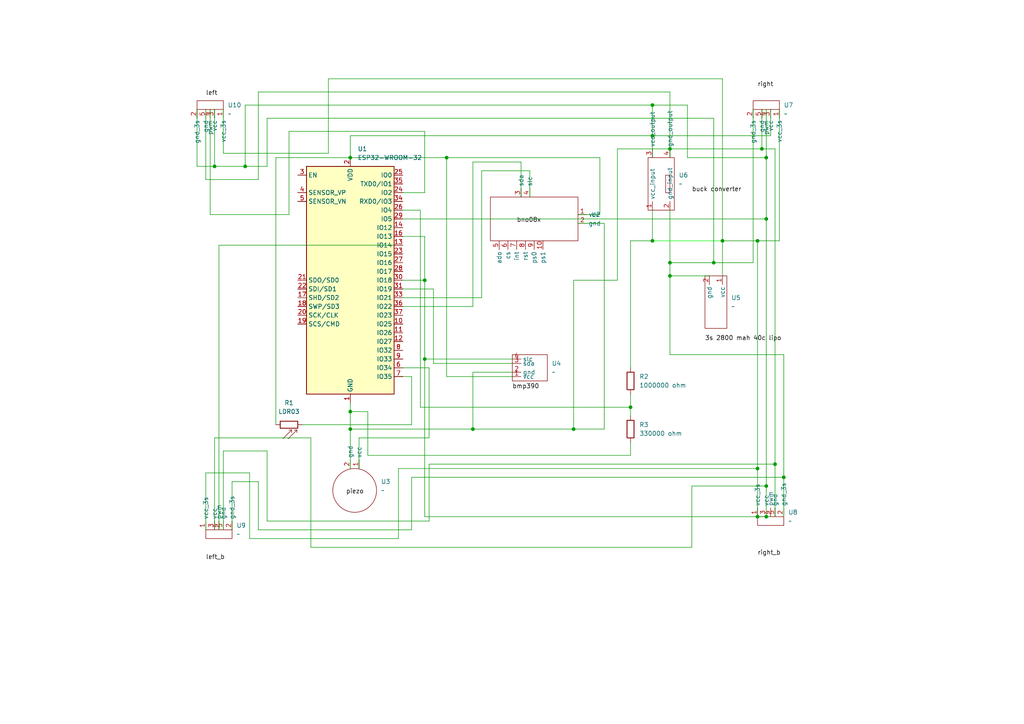
<source format=kicad_sch>
(kicad_sch (version 20250114) (generator "eeschema") (generator_version "9.0")
  (paper "A4")
  (lib_symbols
    (symbol "Device:R" (pin_numbers (hide yes)) (pin_names (offset 0))
      (property "Reference" "R" (at 2.032 0 90))
      (property "Value" "R" (at 0 0 90))
      (symbol "R_0_1"
        (rectangle (start -1.016 -2.54) (end 1.016 2.54) (stroke (width 0.254)))
      )
      (symbol "R_1_1"
        (pin passive line (at 0 3.81 270) (length 1.27) (name "~") (number "1"))
        (pin passive line (at 0 -3.81 90) (length 1.27) (name "~") (number "2"))
      )
    )
    (symbol "RF_Module:ESP32-WROOM-32"
      (property "Reference" "U" (at -12.7 34.29 0))
      (property "Value" "ESP32-WROOM-32" (at 1.27 34.29 0))
      (symbol "ESP32-WROOM-32_0_1"
        (rectangle (start -12.7 33.02) (end 12.7 -33.02) (stroke (width 0.254)) (fill (type background)))
      )
      (symbol "ESP32-WROOM-32_1_1"
        (pin input line (at -15.24 30.48 0) (length 2.54) (name "EN") (number "3"))
        (pin input line (at -15.24 25.4 0) (length 2.54) (name "SENSOR_VP") (number "4"))
        (pin input line (at -15.24 22.86 0) (length 2.54) (name "SENSOR_VN") (number "5"))
        (pin bidirectional line (at -15.24 0 0) (length 2.54) (name "SDO/SD0") (number "21"))
        (pin bidirectional line (at -15.24 -2.54 0) (length 2.54) (name "SDI/SD1") (number "22"))
        (pin bidirectional line (at -15.24 -5.08 0) (length 2.54) (name "SHD/SD2") (number "17"))
        (pin bidirectional line (at -15.24 -7.62 0) (length 2.54) (name "SWP/SD3") (number "18"))
        (pin bidirectional line (at -15.24 -10.16 0) (length 2.54) (name "SCK/CLK") (number "20"))
        (pin bidirectional line (at -15.24 -12.7 0) (length 2.54) (name "SCS/CMD") (number "19"))
        (pin no_connect line (at -12.7 -27.94 0) (length 2.54) (hide yes) (name "NC") (number "32"))
        (pin power_in line (at 0 35.56 270) (length 2.54) (name "VDD") (number "2"))
        (pin power_in line (at 0 -35.56 90) (length 2.54) (name "GND") (number "1"))
        (pin passive line (at 0 -35.56 90) (length 2.54) (hide yes) (name "GND") (number "15"))
        (pin passive line (at 0 -35.56 90) (length 2.54) (hide yes) (name "GND") (number "38"))
        (pin passive line (at 0 -35.56 90) (length 2.54) (hide yes) (name "GND") (number "39"))
        (pin bidirectional line (at 15.24 30.48 180) (length 2.54) (name "IO0") (number "25"))
        (pin bidirectional line (at 15.24 27.94 180) (length 2.54) (name "TXD0/IO1") (number "35"))
        (pin bidirectional line (at 15.24 25.4 180) (length 2.54) (name "IO2") (number "24"))
        (pin bidirectional line (at 15.24 22.86 180) (length 2.54) (name "RXD0/IO3") (number "34"))
        (pin bidirectional line (at 15.24 20.32 180) (length 2.54) (name "IO4") (number "26"))
        (pin bidirectional line (at 15.24 17.78 180) (length 2.54) (name "IO5") (number "29"))
        (pin bidirectional line (at 15.24 15.24 180) (length 2.54) (name "IO12") (number "14"))
        (pin bidirectional line (at 15.24 12.7 180) (length 2.54) (name "IO13") (number "16"))
        (pin bidirectional line (at 15.24 10.16 180) (length 2.54) (name "IO14") (number "13"))
        (pin bidirectional line (at 15.24 7.62 180) (length 2.54) (name "IO15") (number "23"))
        (pin bidirectional line (at 15.24 5.08 180) (length 2.54) (name "IO16") (number "27"))
        (pin bidirectional line (at 15.24 2.54 180) (length 2.54) (name "IO17") (number "28"))
        (pin bidirectional line (at 15.24 0 180) (length 2.54) (name "IO18") (number "30"))
        (pin bidirectional line (at 15.24 -2.54 180) (length 2.54) (name "IO19") (number "31"))
        (pin bidirectional line (at 15.24 -5.08 180) (length 2.54) (name "IO21") (number "33"))
        (pin bidirectional line (at 15.24 -7.62 180) (length 2.54) (name "IO22") (number "36"))
        (pin bidirectional line (at 15.24 -10.16 180) (length 2.54) (name "IO23") (number "37"))
        (pin bidirectional line (at 15.24 -12.7 180) (length 2.54) (name "IO25") (number "10"))
        (pin bidirectional line (at 15.24 -15.24 180) (length 2.54) (name "IO26") (number "11"))
        (pin bidirectional line (at 15.24 -17.78 180) (length 2.54) (name "IO27") (number "12"))
        (pin bidirectional line (at 15.24 -20.32 180) (length 2.54) (name "IO32") (number "8"))
        (pin bidirectional line (at 15.24 -22.86 180) (length 2.54) (name "IO33") (number "9"))
        (pin input line (at 15.24 -25.4 180) (length 2.54) (name "IO34") (number "6"))
        (pin input line (at 15.24 -27.94 180) (length 2.54) (name "IO35") (number "7"))
      )
    )
    (symbol "Sensor_Optical:LDR03" (pin_numbers (hide yes)) (pin_names (offset 0))
      (property "Reference" "R" (at -5.08 0 90))
      (property "Value" "LDR03" (at 1.905 0 90))
      (symbol "LDR03_0_1"
        (polyline (pts (xy -1.524 -0.762) (xy -4.064 1.778)))
        (polyline (pts (xy -1.524 -0.762) (xy -2.286 -0.762)))
        (polyline (pts (xy -1.524 -0.762) (xy -1.524 0)))
        (polyline (pts (xy -1.524 -2.286) (xy -4.064 0.254)))
        (polyline (pts (xy -1.524 -2.286) (xy -2.286 -2.286)))
        (polyline (pts (xy -1.524 -2.286) (xy -1.524 -1.524)))
        (rectangle (start -1.016 2.54) (end 1.016 -2.54) (stroke (width 0.254)))
      )
      (symbol "LDR03_1_1"
        (pin passive line (at 0 3.81 270) (length 1.27) (name "~") (number "1"))
        (pin passive line (at 0 -3.81 90) (length 1.27) (name "~") (number "2"))
      )
    )
    (symbol "drone:2800_mah_3s_40c_lipo"
      (property "Reference" "U" (at 0 0 0))
      (symbol "2800_mah_3s_40c_lipo_0_1"
        (rectangle (start -3.81 7.62) (end 2.54 -7.62))
      )
      (symbol "2800_mah_3s_40c_lipo_1_1"
        (pin power_in line (at -2.54 7.62 270) (length 2.54) (name "gnd") (number "2"))
        (pin power_out line (at 1.27 7.62 270) (length 2.54) (name "vcc") (number "1"))
      )
    )
    (symbol "drone:5A_Buck_Converter"
      (property "Reference" "U" (at 0 0 0))
      (symbol "5A_Buck_Converter_0_1"
        (rectangle (start -7.62 3.81) (end 7.62 -3.81))
        (rectangle (start 2.54 -2.54) (end -2.54 -1.27))
      )
      (symbol "5A_Buck_Converter_1_1"
        (pin power_in line (at -7.62 2.54 0) (length 2.54) (name "vcc_input") (number "1"))
        (pin power_out line (at -7.62 -2.54 0) (length 2.54) (name "gnd_input") (number "2"))
        (pin power_out line (at 7.62 2.54 0) (length 2.54) (name "vcc_output") (number "3"))
        (pin power_in line (at 7.62 -2.54 0) (length 2.54) (name "gnd_output") (number "4"))
      )
    )
    (symbol "drone:bmp390"
      (property "Reference" "U" (at 0 0 0))
      (symbol "bmp390_0_1"
        (rectangle (start -3.81 3.81) (end 3.81 -6.35))
      )
      (symbol "bmp390_1_1"
        (pin power_in line (at -2.54 3.81 270) (length 2.54) (name "vcc") (number "1"))
        (pin power_out line (at -1.27 3.81 270) (length 2.54) (name "gnd") (number "2"))
        (pin bidirectional line (at 1.27 3.81 270) (length 2.54) (name "sda") (number "3"))
        (pin bidirectional line (at 2.54 3.81 270) (length 2.54) (name "slc") (number "4"))
      )
    )
    (symbol "drone:bno08x"
      (property "Reference" "U" (at 0 0 0))
      (symbol "bno08x_0_1"
        (rectangle (start 12.7 -6.35) (end -12.7 6.35))
      )
      (symbol "bno08x_1_1"
        (pin input line (at -10.16 -6.35 270) (length 2.54) (name "ado") (number "5"))
        (pin input line (at -7.62 -6.35 270) (length 2.54) (name "cs") (number "6"))
        (pin output line (at -5.08 -6.35 270) (length 2.54) (name "int") (number "7"))
        (pin bidirectional line (at -3.81 6.35 90) (length 2.54) (name "sda") (number "3"))
        (pin input line (at -2.54 -6.35 270) (length 2.54) (name "rst") (number "8"))
        (pin bidirectional line (at -1.27 6.35 90) (length 2.54) (name "slc") (number "4"))
        (pin input line (at 0 -6.35 270) (length 2.54) (name "ps0") (number "9"))
        (pin input line (at 2.54 -6.35 270) (length 2.54) (name "ps1") (number "10"))
        (pin power_in line (at 12.7 1.27 0) (length 2.54) (name "vcc") (number "1"))
        (pin power_out line (at 12.7 -1.27 0) (length 2.54) (name "gnd") (number "2"))
      )
    )
    (symbol "drone:brussless_motor"
      (property "Reference" "U" (at 0 0 0))
      (symbol "brussless_motor_0_1"
        (rectangle (start -3.81 1.27) (end 3.81 -1.27))
      )
      (symbol "brussless_motor_1_1"
        (pin power_in line (at -3.81 1.27 90) (length 2.54) (name "vcc_3s") (number "1"))
        (pin power_in line (at -1.27 1.27 90) (length 2.54) (name "vcc") (number "3"))
        (pin input line (at 0 1.27 90) (length 2.54) (name "pwm") (number "4"))
        (pin power_out line (at 1.27 1.27 90) (length 2.54) (name "gnd") (number "5"))
        (pin power_out line (at 3.81 1.27 90) (length 2.54) (name "gnd_3s") (number "2"))
      )
    )
    (symbol "drone:piezo"
      (property "Reference" "U" (at 0 0 0))
      (symbol "piezo_0_1"
        (circle (center 0 0) (radius 6.35))
      )
      (symbol "piezo_1_1"
        (pin power_in line (at -1.27 -6.35 270) (length 2.54) (name "vcc") (number "1"))
        (pin power_out line (at 1.27 -6.35 270) (length 2.54) (name "gnd") (number "2"))
      )
    )
  )
  (junction (at 189.23 39.37))
  (junction (at 219.71 149.86))
  (junction (at 189.23 30.48))
  (junction (at 166.37 124.46))
  (junction (at 71.12 48.26))
  (junction (at 222.25 140.97))
  (junction (at 123.19 81.28))
  (junction (at 194.31 76.2))
  (junction (at 224.79 134.62))
  (junction (at 194.31 43.18))
  (junction (at 222.25 45.72))
  (junction (at 129.54 45.72))
  (junction (at 182.88 118.11))
  (junction (at 101.6 45.72))
  (junction (at 194.31 80.01))
  (junction (at 137.16 124.46))
  (junction (at 207.01 76.2))
  (junction (at 189.23 69.85))
  (junction (at 123.19 104.14))
  (junction (at 209.55 69.85))
  (junction (at 101.6 119.38))
  (junction (at 222.25 63.5))
  (junction (at 220.98 43.18))
  (junction (at 62.23 48.26))
  (junction (at 227.33 138.43))
  (junction (at 219.71 69.85))
  (junction (at 219.71 135.89))
  (junction (at 222.25 149.86))
  (junction (at 101.6 124.46))
  (wire (pts (xy 129.54 45.72) (xy 173.99 45.72)))
  (wire (pts (xy 200.66 140.97) (xy 222.25 140.97)))
  (wire (pts (xy 115.57 135.89) (xy 115.57 156.21)))
  (wire (pts (xy 74.93 26.67) (xy 194.31 26.67)))
  (wire (pts (xy 139.7 49.53) (xy 139.7 86.36)))
  (wire (pts (xy 71.12 48.26) (xy 77.47 48.26)))
  (wire (pts (xy 218.44 31.75) (xy 218.44 76.2)))
  (wire (pts (xy 224.79 43.18) (xy 220.98 43.18)))
  (wire (pts (xy 125.73 105.41) (xy 125.73 83.82)))
  (wire (pts (xy 207.01 34.29) (xy 207.01 76.2)))
  (wire (pts (xy 106.68 119.38) (xy 101.6 119.38)))
  (wire (pts (xy 59.69 31.75) (xy 59.69 52.07)))
  (wire (pts (xy 74.93 139.7) (xy 67.31 139.7)))
  (wire (pts (xy 209.55 22.86) (xy 209.55 69.85)))
  (wire (pts (xy 222.25 63.5) (xy 116.84 63.5)))
  (wire (pts (xy 129.54 109.22) (xy 129.54 45.72)))
  (wire (pts (xy 207.01 76.2) (xy 194.31 76.2)))
  (wire (pts (xy 121.92 118.11) (xy 121.92 60.96)))
  (wire (pts (xy 166.37 81.28) (xy 166.37 124.46)))
  (wire (pts (xy 189.23 30.48) (xy 189.23 39.37)))
  (wire (pts (xy 64.77 44.45) (xy 95.25 44.45)))
  (wire (pts (xy 222.25 149.86) (xy 222.25 140.97)))
  (wire (pts (xy 175.26 64.77) (xy 175.26 124.46)))
  (wire (pts (xy 87.63 123.19) (xy 119.38 123.19)))
  (wire (pts (xy 199.39 45.72) (xy 199.39 30.48)))
  (wire (pts (xy 95.25 22.86) (xy 209.55 22.86)))
  (wire (pts (xy 226.06 69.85) (xy 219.71 69.85)))
  (wire (pts (xy 77.47 48.26) (xy 77.47 34.29)))
  (wire (pts (xy 119.38 109.22) (xy 116.84 109.22)))
  (wire (pts (xy 205.74 80.01) (xy 194.31 80.01)))
  (wire (pts (xy 60.96 62.23) (xy 83.82 62.23)))
  (wire (pts (xy 74.93 153.67) (xy 74.93 139.7)))
  (wire (pts (xy 62.23 127) (xy 90.17 127)))
  (wire (pts (xy 222.25 45.72) (xy 222.25 63.5)))
  (wire (pts (xy 219.71 135.89) (xy 219.71 149.86)))
  (wire (pts (xy 223.52 31.75) (xy 223.52 39.37)))
  (wire (pts (xy 148.59 104.14) (xy 123.19 104.14)))
  (wire (pts (xy 95.25 44.45) (xy 95.25 22.86)))
  (wire (pts (xy 227.33 149.86) (xy 227.33 138.43)))
  (wire (pts (xy 59.69 52.07) (xy 74.93 52.07)))
  (wire (pts (xy 123.19 104.14) (xy 123.19 149.86)))
  (wire (pts (xy 77.47 130.81) (xy 64.77 130.81)))
  (wire (pts (xy 224.79 149.86) (xy 224.79 134.62)))
  (wire (pts (xy 227.33 138.43) (xy 119.38 138.43)))
  (wire (pts (xy 227.33 102.87) (xy 194.31 102.87)))
  (wire (pts (xy 64.77 31.75) (xy 64.77 44.45)))
  (wire (pts (xy 167.64 62.23) (xy 173.99 62.23)))
  (wire (pts (xy 106.68 132.08) (xy 106.68 119.38)))
  (wire (pts (xy 194.31 76.2) (xy 194.31 60.96)))
  (wire (pts (xy 222.25 149.86) (xy 219.71 149.86)))
  (wire (pts (xy 119.38 138.43) (xy 119.38 153.67)))
  (wire (pts (xy 83.82 38.1) (xy 123.19 38.1)))
  (wire (pts (xy 123.19 68.58) (xy 123.19 81.28)))
  (wire (pts (xy 137.16 124.46) (xy 101.6 124.46)))
  (wire (pts (xy 83.82 62.23) (xy 83.82 38.1)))
  (wire (pts (xy 63.5 71.12) (xy 116.84 71.12)))
  (wire (pts (xy 179.07 81.28) (xy 166.37 81.28)))
  (wire (pts (xy 90.17 158.75) (xy 200.66 158.75)))
  (wire (pts (xy 104.14 135.89) (xy 104.14 127)))
  (wire (pts (xy 148.59 107.95) (xy 137.16 107.95)))
  (wire (pts (xy 148.59 109.22) (xy 129.54 109.22)))
  (wire (pts (xy 71.12 30.48) (xy 71.12 48.26)))
  (wire (pts (xy 124.46 151.13) (xy 77.47 151.13)))
  (wire (pts (xy 182.88 114.3) (xy 182.88 118.11)))
  (wire (pts (xy 209.55 69.85) (xy 189.23 69.85)) (stroke (width 0) (color 0 255 3 1)))
  (wire (pts (xy 124.46 106.68) (xy 116.84 106.68)))
  (wire (pts (xy 62.23 48.26) (xy 71.12 48.26)))
  (wire (pts (xy 223.52 149.86) (xy 222.25 149.86)))
  (wire (pts (xy 121.92 60.96) (xy 116.84 60.96)))
  (wire (pts (xy 182.88 69.85) (xy 189.23 69.85)))
  (wire (pts (xy 179.07 43.18) (xy 179.07 81.28)))
  (wire (pts (xy 137.16 88.9) (xy 116.84 88.9)))
  (wire (pts (xy 219.71 149.86) (xy 123.19 149.86)))
  (wire (pts (xy 62.23 48.26) (xy 62.23 31.75)))
  (wire (pts (xy 137.16 107.95) (xy 137.16 124.46)))
  (wire (pts (xy 64.77 130.81) (xy 64.77 153.67)))
  (wire (pts (xy 123.19 38.1) (xy 123.19 55.88)))
  (wire (pts (xy 90.17 127) (xy 90.17 158.75)))
  (wire (pts (xy 104.14 127) (xy 124.46 127)))
  (wire (pts (xy 71.12 30.48) (xy 189.23 30.48)))
  (wire (pts (xy 80.01 123.19) (xy 80.01 45.72)))
  (wire (pts (xy 222.25 63.5) (xy 222.25 140.97)))
  (wire (pts (xy 101.6 45.72) (xy 129.54 45.72)))
  (wire (pts (xy 219.71 135.89) (xy 115.57 135.89)))
  (wire (pts (xy 218.44 76.2) (xy 207.01 76.2)))
  (wire (pts (xy 200.66 158.75) (xy 200.66 140.97)))
  (wire (pts (xy 167.64 64.77) (xy 175.26 64.77)))
  (wire (pts (xy 224.79 134.62) (xy 124.46 134.62)))
  (wire (pts (xy 189.23 39.37) (xy 101.6 39.37)))
  (wire (pts (xy 77.47 151.13) (xy 77.47 130.81)))
  (wire (pts (xy 194.31 26.67) (xy 194.31 43.18)))
  (wire (pts (xy 123.19 81.28) (xy 123.19 104.14)))
  (wire (pts (xy 123.19 81.28) (xy 116.84 81.28)))
  (wire (pts (xy 182.88 128.27) (xy 182.88 132.08)))
  (wire (pts (xy 74.93 52.07) (xy 74.93 26.67)))
  (wire (pts (xy 124.46 127) (xy 124.46 106.68)))
  (wire (pts (xy 220.98 31.75) (xy 220.98 43.18)))
  (wire (pts (xy 123.19 68.58) (xy 116.84 68.58)))
  (wire (pts (xy 119.38 123.19) (xy 119.38 109.22)))
  (wire (pts (xy 182.88 118.11) (xy 182.88 120.65)))
  (wire (pts (xy 119.38 153.67) (xy 74.93 153.67)))
  (wire (pts (xy 63.5 153.67) (xy 63.5 71.12)))
  (wire (pts (xy 80.01 45.72) (xy 101.6 45.72)))
  (wire (pts (xy 57.15 31.75) (xy 57.15 48.26)))
  (wire (pts (xy 67.31 139.7) (xy 67.31 153.67)))
  (wire (pts (xy 222.25 45.72) (xy 199.39 45.72)))
  (wire (pts (xy 57.15 48.26) (xy 62.23 48.26)))
  (wire (pts (xy 77.47 34.29) (xy 207.01 34.29)))
  (wire (pts (xy 124.46 134.62) (xy 124.46 151.13)))
  (wire (pts (xy 59.69 137.16) (xy 59.69 153.67)))
  (wire (pts (xy 153.67 57.15) (xy 153.67 49.53)))
  (wire (pts (xy 223.52 39.37) (xy 189.23 39.37)))
  (wire (pts (xy 226.06 31.75) (xy 226.06 69.85)))
  (wire (pts (xy 151.13 46.99) (xy 137.16 46.99)))
  (wire (pts (xy 101.6 116.84) (xy 101.6 119.38)))
  (wire (pts (xy 224.79 134.62) (xy 224.79 43.18)))
  (wire (pts (xy 189.23 69.85) (xy 189.23 60.96)))
  (wire (pts (xy 115.57 156.21) (xy 72.39 156.21)))
  (wire (pts (xy 189.23 30.48) (xy 199.39 30.48)))
  (wire (pts (xy 194.31 45.72) (xy 194.31 43.18)))
  (wire (pts (xy 137.16 46.99) (xy 137.16 88.9)))
  (wire (pts (xy 219.71 69.85) (xy 209.55 69.85)))
  (wire (pts (xy 139.7 86.36) (xy 116.84 86.36)))
  (wire (pts (xy 151.13 57.15) (xy 151.13 46.99)))
  (wire (pts (xy 182.88 132.08) (xy 106.68 132.08)))
  (wire (pts (xy 182.88 106.68) (xy 182.88 69.85)))
  (wire (pts (xy 222.25 31.75) (xy 222.25 45.72)))
  (wire (pts (xy 173.99 62.23) (xy 173.99 45.72)))
  (wire (pts (xy 153.67 49.53) (xy 139.7 49.53)))
  (wire (pts (xy 148.59 105.41) (xy 125.73 105.41)))
  (wire (pts (xy 189.23 45.72) (xy 189.23 39.37)))
  (wire (pts (xy 219.71 69.85) (xy 219.71 135.89)))
  (wire (pts (xy 72.39 137.16) (xy 59.69 137.16)))
  (wire (pts (xy 125.73 83.82) (xy 116.84 83.82)))
  (wire (pts (xy 175.26 124.46) (xy 166.37 124.46)))
  (wire (pts (xy 123.19 55.88) (xy 116.84 55.88)))
  (wire (pts (xy 101.6 39.37) (xy 101.6 45.72)))
  (wire (pts (xy 194.31 102.87) (xy 194.31 80.01)))
  (wire (pts (xy 101.6 124.46) (xy 101.6 135.89)))
  (wire (pts (xy 227.33 138.43) (xy 227.33 102.87)))
  (wire (pts (xy 166.37 124.46) (xy 137.16 124.46)))
  (wire (pts (xy 101.6 119.38) (xy 101.6 124.46)))
  (wire (pts (xy 209.55 80.01) (xy 209.55 69.85)))
  (wire (pts (xy 194.31 80.01) (xy 194.31 76.2)))
  (wire (pts (xy 72.39 156.21) (xy 72.39 137.16)))
  (wire (pts (xy 220.98 43.18) (xy 194.31 43.18)))
  (wire (pts (xy 60.96 31.75) (xy 60.96 62.23)))
  (wire (pts (xy 194.31 43.18) (xy 179.07 43.18)))
  (wire (pts (xy 62.23 153.67) (xy 62.23 127)))
  (wire (pts (xy 182.88 118.11) (xy 121.92 118.11)))
  (label "left_b" (at 59.69 162.56 0))
  (label "bmp390" (at 148.59 113.03 0))
  (label "left" (at 59.69 27.94 0))
  (label "right" (at 219.71 25.4 0))
  (label "right_b" (at 219.71 161.29 0))
  (label "3s 2800 mah 40c lipo" (at 204.47 99.06 0))
  (label "buck converter" (at 200.66 55.88 0))
  (label "bno08x" (at 149.86 64.77 0))
  (label "piezo" (at 100.33 143.51 0))
  (symbol (lib_id "drone:brussless_motor") (at 60.96 30.48 180) (unit 1)
    (property "Reference" "U10" (at 66.04 30.4799 0) (effects (justify right)))
    (property "Value" "~" (at 66.04 33.0199 0) (effects (justify right)))
  )
  (symbol (lib_id "drone:brussless_motor") (at 223.52 151.13 0) (unit 1)
    (property "Reference" "U8" (at 228.6 148.5899 0) (effects (justify left)))
    (property "Value" "~" (at 228.6 151.1299 0) (effects (justify left)))
  )
  (symbol (lib_id "drone:5A_Buck_Converter") (at 191.77 53.34 90) (unit 1)
    (property "Reference" "U6" (at 196.85 50.7999 90) (effects (justify right)))
    (property "Value" "~" (at 196.85 53.3399 90) (effects (justify right)))
  )
  (symbol (lib_id "Device:R") (at 182.88 110.49 0) (unit 1)
    (property "Reference" "R2" (at 185.42 109.2199 0) (effects (justify left)))
    (property "Value" "1000000 ohm" (at 185.42 111.7599 0) (effects (justify left)))
    (property "Description" "Resistor" (effects (hide yes)))
  )
  (symbol (lib_id "drone:brussless_motor") (at 222.25 30.48 180) (unit 1)
    (property "Reference" "U7" (at 227.33 30.4799 0) (effects (justify right)))
    (property "Value" "~" (at 227.33 33.0199 0) (effects (justify right)))
  )
  (symbol (lib_id "drone:piezo") (at 102.87 142.24 180) (unit 1)
    (property "Reference" "U3" (at 110.49 139.6999 0) (effects (justify right)))
    (property "Value" "~" (at 110.49 142.2399 0) (effects (justify right)))
  )
  (symbol (lib_id "Device:R") (at 182.88 124.46 0) (unit 1)
    (property "Reference" "R3" (at 185.42 123.1899 0) (effects (justify left)))
    (property "Value" "330000 ohm" (at 185.42 125.7299 0) (effects (justify left)))
    (property "Description" "Resistor" (effects (hide yes)))
  )
  (symbol (lib_id "drone:brussless_motor") (at 63.5 154.94 0) (unit 1)
    (property "Reference" "U9" (at 68.58 152.3999 0) (effects (justify left)))
    (property "Value" "~" (at 68.58 154.9399 0) (effects (justify left)))
  )
  (symbol (lib_id "drone:bno08x") (at 154.94 63.5 0) (unit 1)
    (property "Reference" "U2" (at 171.45 62.2299 0) (effects (justify left)))
    (property "Value" "~" (at 171.45 64.7699 0) (effects (justify left)))
  )
  (symbol (lib_id "Sensor_Optical:LDR03") (at 83.82 123.19 90) (unit 1)
    (property "Reference" "R1" (at 83.82 116.84 90))
    (property "Value" "LDR03" (at 83.82 119.38 90))
    (property "Footprint" "OptoDevice:R_LDR_10x8.5mm_P7.6mm_Vertical" (effects (hide yes)))
    (property "Datasheet" "http://www.elektronica-componenten.nl/WebRoot/StoreNL/Shops/61422969/54F1/BA0C/C664/31B9/2173/C0A8/2AB9/2AEF/LDR03IMP.pdf" (effects (hide yes)))
    (property "Description" "light dependent resistor" (effects (hide yes)))
  )
  (symbol (lib_id "drone:2800_mah_3s_40c_lipo") (at 208.28 87.63 0) (unit 1)
    (property "Reference" "U5" (at 212.09 86.3599 0) (effects (justify left)))
    (property "Value" "~" (at 212.09 88.8999 0) (effects (justify left)))
  )
  (symbol (lib_id "RF_Module:ESP32-WROOM-32") (at 101.6 81.28 0) (unit 1)
    (property "Reference" "U1" (at 103.7433 43.18 0) (effects (justify left)))
    (property "Value" "ESP32-WROOM-32" (at 103.7433 45.72 0) (effects (justify left)))
    (property "Footprint" "RF_Module:ESP32-WROOM-32" (effects (hide yes)))
    (property "Datasheet" "https://www.espressif.com/sites/default/files/documentation/esp32-wroom-32_datasheet_en.pdf" (effects (hide yes)))
    (property "Description" "RF Module, ESP32-D0WDQ6 SoC, Wi-Fi 802.11b/g/n, Bluetooth, BLE, 32-bit, 2.7-3.6V, onboard antenna, SMD" (effects (hide yes)))
  )
  (symbol (lib_id "drone:bmp390") (at 152.4 106.68 90) (unit 1)
    (property "Reference" "U4" (at 160.02 105.4099 90) (effects (justify right)))
    (property "Value" "~" (at 160.02 107.9499 90) (effects (justify right)))
  )
)
</source>
